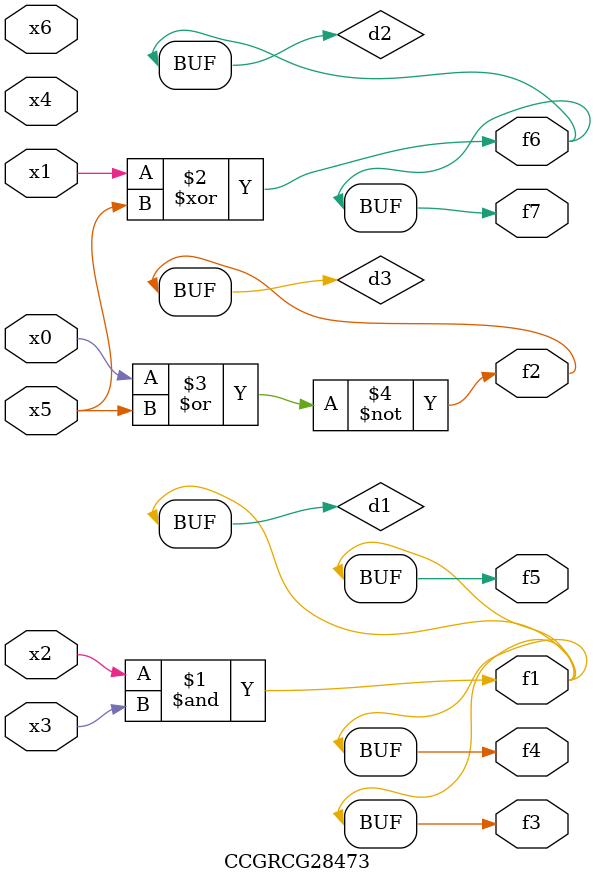
<source format=v>
module CCGRCG28473(
	input x0, x1, x2, x3, x4, x5, x6,
	output f1, f2, f3, f4, f5, f6, f7
);

	wire d1, d2, d3;

	and (d1, x2, x3);
	xor (d2, x1, x5);
	nor (d3, x0, x5);
	assign f1 = d1;
	assign f2 = d3;
	assign f3 = d1;
	assign f4 = d1;
	assign f5 = d1;
	assign f6 = d2;
	assign f7 = d2;
endmodule

</source>
